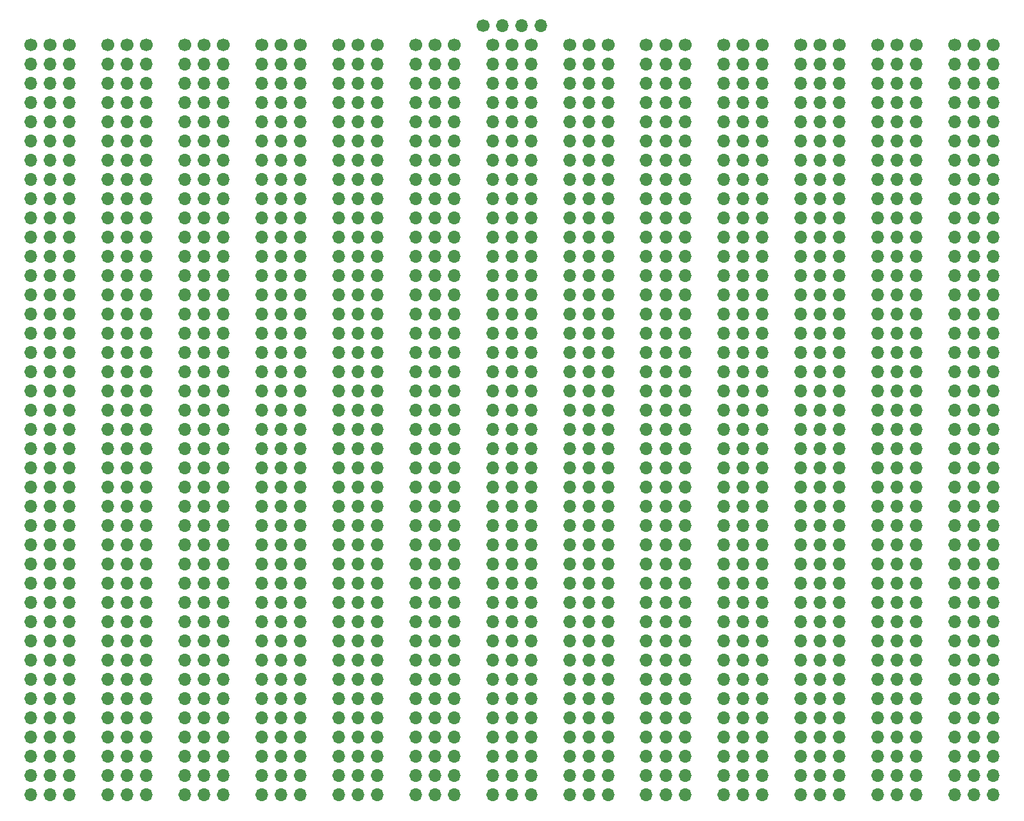
<source format=gbs>
G04 #@! TF.GenerationSoftware,KiCad,Pcbnew,5.1.0*
G04 #@! TF.CreationDate,2019-07-01T01:43:07+09:00*
G04 #@! TF.ProjectId,base_board_a,62617365-5f62-46f6-9172-645f612e6b69,rev?*
G04 #@! TF.SameCoordinates,Original*
G04 #@! TF.FileFunction,Soldermask,Bot*
G04 #@! TF.FilePolarity,Negative*
%FSLAX46Y46*%
G04 Gerber Fmt 4.6, Leading zero omitted, Abs format (unit mm)*
G04 Created by KiCad (PCBNEW 5.1.0) date 2019-07-01 01:43:07*
%MOMM*%
%LPD*%
G04 APERTURE LIST*
%ADD10O,1.700000X1.700000*%
%ADD11C,1.700000*%
G04 APERTURE END LIST*
D10*
X139700000Y-116205000D03*
X139700000Y-113665000D03*
X139700000Y-111125000D03*
X139700000Y-108585000D03*
X139700000Y-106045000D03*
X139700000Y-103505000D03*
X139700000Y-100965000D03*
X139700000Y-98425000D03*
X139700000Y-95885000D03*
X139700000Y-93345000D03*
X139700000Y-90805000D03*
X139700000Y-88265000D03*
X139700000Y-85725000D03*
X139700000Y-83185000D03*
X139700000Y-80645000D03*
X139700000Y-78105000D03*
X139700000Y-75565000D03*
X139700000Y-73025000D03*
X139700000Y-70485000D03*
X139700000Y-67945000D03*
X139700000Y-65405000D03*
X139700000Y-62865000D03*
X139700000Y-60325000D03*
X139700000Y-57785000D03*
X139700000Y-55245000D03*
X139700000Y-52705000D03*
X139700000Y-50165000D03*
X139700000Y-47625000D03*
X139700000Y-45085000D03*
X139700000Y-42545000D03*
X139700000Y-40005000D03*
X139700000Y-37465000D03*
X139700000Y-34925000D03*
X139700000Y-32385000D03*
X139700000Y-29845000D03*
X139700000Y-27305000D03*
X139700000Y-24765000D03*
X139700000Y-22225000D03*
X139700000Y-19685000D03*
D11*
X139700000Y-17145000D03*
D10*
X137160000Y-116205000D03*
X137160000Y-113665000D03*
X137160000Y-111125000D03*
X137160000Y-108585000D03*
X137160000Y-106045000D03*
X137160000Y-103505000D03*
X137160000Y-100965000D03*
X137160000Y-98425000D03*
X137160000Y-95885000D03*
X137160000Y-93345000D03*
X137160000Y-90805000D03*
X137160000Y-88265000D03*
X137160000Y-85725000D03*
X137160000Y-83185000D03*
X137160000Y-80645000D03*
X137160000Y-78105000D03*
X137160000Y-75565000D03*
X137160000Y-73025000D03*
X137160000Y-70485000D03*
X137160000Y-67945000D03*
X137160000Y-65405000D03*
X137160000Y-62865000D03*
X137160000Y-60325000D03*
X137160000Y-57785000D03*
X137160000Y-55245000D03*
X137160000Y-52705000D03*
X137160000Y-50165000D03*
X137160000Y-47625000D03*
X137160000Y-45085000D03*
X137160000Y-42545000D03*
X137160000Y-40005000D03*
X137160000Y-37465000D03*
X137160000Y-34925000D03*
X137160000Y-32385000D03*
X137160000Y-29845000D03*
X137160000Y-27305000D03*
X137160000Y-24765000D03*
X137160000Y-22225000D03*
X137160000Y-19685000D03*
D11*
X137160000Y-17145000D03*
D10*
X81280000Y-116205000D03*
X81280000Y-113665000D03*
X81280000Y-111125000D03*
X81280000Y-108585000D03*
X81280000Y-106045000D03*
X81280000Y-103505000D03*
X81280000Y-100965000D03*
X81280000Y-98425000D03*
X81280000Y-95885000D03*
X81280000Y-93345000D03*
X81280000Y-90805000D03*
X81280000Y-88265000D03*
X81280000Y-85725000D03*
X81280000Y-83185000D03*
X81280000Y-80645000D03*
X81280000Y-78105000D03*
X81280000Y-75565000D03*
X81280000Y-73025000D03*
X81280000Y-70485000D03*
X81280000Y-67945000D03*
X81280000Y-65405000D03*
X81280000Y-62865000D03*
X81280000Y-60325000D03*
X81280000Y-57785000D03*
X81280000Y-55245000D03*
X81280000Y-52705000D03*
X81280000Y-50165000D03*
X81280000Y-47625000D03*
X81280000Y-45085000D03*
X81280000Y-42545000D03*
X81280000Y-40005000D03*
X81280000Y-37465000D03*
X81280000Y-34925000D03*
X81280000Y-32385000D03*
X81280000Y-29845000D03*
X81280000Y-27305000D03*
X81280000Y-24765000D03*
X81280000Y-22225000D03*
X81280000Y-19685000D03*
D11*
X81280000Y-17145000D03*
X74930000Y-14605000D03*
D10*
X77470000Y-14605000D03*
X80010000Y-14605000D03*
X82550000Y-14605000D03*
X17780000Y-116205000D03*
X17780000Y-113665000D03*
X17780000Y-111125000D03*
X17780000Y-108585000D03*
X17780000Y-106045000D03*
X17780000Y-103505000D03*
X17780000Y-100965000D03*
X17780000Y-98425000D03*
X17780000Y-95885000D03*
X17780000Y-93345000D03*
X17780000Y-90805000D03*
X17780000Y-88265000D03*
X17780000Y-85725000D03*
X17780000Y-83185000D03*
X17780000Y-80645000D03*
X17780000Y-78105000D03*
X17780000Y-75565000D03*
X17780000Y-73025000D03*
X17780000Y-70485000D03*
X17780000Y-67945000D03*
X17780000Y-65405000D03*
X17780000Y-62865000D03*
X17780000Y-60325000D03*
X17780000Y-57785000D03*
X17780000Y-55245000D03*
X17780000Y-52705000D03*
X17780000Y-50165000D03*
X17780000Y-47625000D03*
X17780000Y-45085000D03*
X17780000Y-42545000D03*
X17780000Y-40005000D03*
X17780000Y-37465000D03*
X17780000Y-34925000D03*
X17780000Y-32385000D03*
X17780000Y-29845000D03*
X17780000Y-27305000D03*
X17780000Y-24765000D03*
X17780000Y-22225000D03*
X17780000Y-19685000D03*
D11*
X17780000Y-17145000D03*
D10*
X86360000Y-116205000D03*
X86360000Y-113665000D03*
X86360000Y-111125000D03*
X86360000Y-108585000D03*
X86360000Y-106045000D03*
X86360000Y-103505000D03*
X86360000Y-100965000D03*
X86360000Y-98425000D03*
X86360000Y-95885000D03*
X86360000Y-93345000D03*
X86360000Y-90805000D03*
X86360000Y-88265000D03*
X86360000Y-85725000D03*
X86360000Y-83185000D03*
X86360000Y-80645000D03*
X86360000Y-78105000D03*
X86360000Y-75565000D03*
X86360000Y-73025000D03*
X86360000Y-70485000D03*
X86360000Y-67945000D03*
X86360000Y-65405000D03*
X86360000Y-62865000D03*
X86360000Y-60325000D03*
X86360000Y-57785000D03*
X86360000Y-55245000D03*
X86360000Y-52705000D03*
X86360000Y-50165000D03*
X86360000Y-47625000D03*
X86360000Y-45085000D03*
X86360000Y-42545000D03*
X86360000Y-40005000D03*
X86360000Y-37465000D03*
X86360000Y-34925000D03*
X86360000Y-32385000D03*
X86360000Y-29845000D03*
X86360000Y-27305000D03*
X86360000Y-24765000D03*
X86360000Y-22225000D03*
X86360000Y-19685000D03*
D11*
X86360000Y-17145000D03*
D10*
X38100000Y-116205000D03*
X38100000Y-113665000D03*
X38100000Y-111125000D03*
X38100000Y-108585000D03*
X38100000Y-106045000D03*
X38100000Y-103505000D03*
X38100000Y-100965000D03*
X38100000Y-98425000D03*
X38100000Y-95885000D03*
X38100000Y-93345000D03*
X38100000Y-90805000D03*
X38100000Y-88265000D03*
X38100000Y-85725000D03*
X38100000Y-83185000D03*
X38100000Y-80645000D03*
X38100000Y-78105000D03*
X38100000Y-75565000D03*
X38100000Y-73025000D03*
X38100000Y-70485000D03*
X38100000Y-67945000D03*
X38100000Y-65405000D03*
X38100000Y-62865000D03*
X38100000Y-60325000D03*
X38100000Y-57785000D03*
X38100000Y-55245000D03*
X38100000Y-52705000D03*
X38100000Y-50165000D03*
X38100000Y-47625000D03*
X38100000Y-45085000D03*
X38100000Y-42545000D03*
X38100000Y-40005000D03*
X38100000Y-37465000D03*
X38100000Y-34925000D03*
X38100000Y-32385000D03*
X38100000Y-29845000D03*
X38100000Y-27305000D03*
X38100000Y-24765000D03*
X38100000Y-22225000D03*
X38100000Y-19685000D03*
D11*
X38100000Y-17145000D03*
D10*
X91440000Y-116205000D03*
X91440000Y-113665000D03*
X91440000Y-111125000D03*
X91440000Y-108585000D03*
X91440000Y-106045000D03*
X91440000Y-103505000D03*
X91440000Y-100965000D03*
X91440000Y-98425000D03*
X91440000Y-95885000D03*
X91440000Y-93345000D03*
X91440000Y-90805000D03*
X91440000Y-88265000D03*
X91440000Y-85725000D03*
X91440000Y-83185000D03*
X91440000Y-80645000D03*
X91440000Y-78105000D03*
X91440000Y-75565000D03*
X91440000Y-73025000D03*
X91440000Y-70485000D03*
X91440000Y-67945000D03*
X91440000Y-65405000D03*
X91440000Y-62865000D03*
X91440000Y-60325000D03*
X91440000Y-57785000D03*
X91440000Y-55245000D03*
X91440000Y-52705000D03*
X91440000Y-50165000D03*
X91440000Y-47625000D03*
X91440000Y-45085000D03*
X91440000Y-42545000D03*
X91440000Y-40005000D03*
X91440000Y-37465000D03*
X91440000Y-34925000D03*
X91440000Y-32385000D03*
X91440000Y-29845000D03*
X91440000Y-27305000D03*
X91440000Y-24765000D03*
X91440000Y-22225000D03*
X91440000Y-19685000D03*
D11*
X91440000Y-17145000D03*
D10*
X88900000Y-116205000D03*
X88900000Y-113665000D03*
X88900000Y-111125000D03*
X88900000Y-108585000D03*
X88900000Y-106045000D03*
X88900000Y-103505000D03*
X88900000Y-100965000D03*
X88900000Y-98425000D03*
X88900000Y-95885000D03*
X88900000Y-93345000D03*
X88900000Y-90805000D03*
X88900000Y-88265000D03*
X88900000Y-85725000D03*
X88900000Y-83185000D03*
X88900000Y-80645000D03*
X88900000Y-78105000D03*
X88900000Y-75565000D03*
X88900000Y-73025000D03*
X88900000Y-70485000D03*
X88900000Y-67945000D03*
X88900000Y-65405000D03*
X88900000Y-62865000D03*
X88900000Y-60325000D03*
X88900000Y-57785000D03*
X88900000Y-55245000D03*
X88900000Y-52705000D03*
X88900000Y-50165000D03*
X88900000Y-47625000D03*
X88900000Y-45085000D03*
X88900000Y-42545000D03*
X88900000Y-40005000D03*
X88900000Y-37465000D03*
X88900000Y-34925000D03*
X88900000Y-32385000D03*
X88900000Y-29845000D03*
X88900000Y-27305000D03*
X88900000Y-24765000D03*
X88900000Y-22225000D03*
X88900000Y-19685000D03*
D11*
X88900000Y-17145000D03*
D10*
X78740000Y-116205000D03*
X78740000Y-113665000D03*
X78740000Y-111125000D03*
X78740000Y-108585000D03*
X78740000Y-106045000D03*
X78740000Y-103505000D03*
X78740000Y-100965000D03*
X78740000Y-98425000D03*
X78740000Y-95885000D03*
X78740000Y-93345000D03*
X78740000Y-90805000D03*
X78740000Y-88265000D03*
X78740000Y-85725000D03*
X78740000Y-83185000D03*
X78740000Y-80645000D03*
X78740000Y-78105000D03*
X78740000Y-75565000D03*
X78740000Y-73025000D03*
X78740000Y-70485000D03*
X78740000Y-67945000D03*
X78740000Y-65405000D03*
X78740000Y-62865000D03*
X78740000Y-60325000D03*
X78740000Y-57785000D03*
X78740000Y-55245000D03*
X78740000Y-52705000D03*
X78740000Y-50165000D03*
X78740000Y-47625000D03*
X78740000Y-45085000D03*
X78740000Y-42545000D03*
X78740000Y-40005000D03*
X78740000Y-37465000D03*
X78740000Y-34925000D03*
X78740000Y-32385000D03*
X78740000Y-29845000D03*
X78740000Y-27305000D03*
X78740000Y-24765000D03*
X78740000Y-22225000D03*
X78740000Y-19685000D03*
D11*
X78740000Y-17145000D03*
D10*
X76200000Y-116205000D03*
X76200000Y-113665000D03*
X76200000Y-111125000D03*
X76200000Y-108585000D03*
X76200000Y-106045000D03*
X76200000Y-103505000D03*
X76200000Y-100965000D03*
X76200000Y-98425000D03*
X76200000Y-95885000D03*
X76200000Y-93345000D03*
X76200000Y-90805000D03*
X76200000Y-88265000D03*
X76200000Y-85725000D03*
X76200000Y-83185000D03*
X76200000Y-80645000D03*
X76200000Y-78105000D03*
X76200000Y-75565000D03*
X76200000Y-73025000D03*
X76200000Y-70485000D03*
X76200000Y-67945000D03*
X76200000Y-65405000D03*
X76200000Y-62865000D03*
X76200000Y-60325000D03*
X76200000Y-57785000D03*
X76200000Y-55245000D03*
X76200000Y-52705000D03*
X76200000Y-50165000D03*
X76200000Y-47625000D03*
X76200000Y-45085000D03*
X76200000Y-42545000D03*
X76200000Y-40005000D03*
X76200000Y-37465000D03*
X76200000Y-34925000D03*
X76200000Y-32385000D03*
X76200000Y-29845000D03*
X76200000Y-27305000D03*
X76200000Y-24765000D03*
X76200000Y-22225000D03*
X76200000Y-19685000D03*
D11*
X76200000Y-17145000D03*
D10*
X71120000Y-116205000D03*
X71120000Y-113665000D03*
X71120000Y-111125000D03*
X71120000Y-108585000D03*
X71120000Y-106045000D03*
X71120000Y-103505000D03*
X71120000Y-100965000D03*
X71120000Y-98425000D03*
X71120000Y-95885000D03*
X71120000Y-93345000D03*
X71120000Y-90805000D03*
X71120000Y-88265000D03*
X71120000Y-85725000D03*
X71120000Y-83185000D03*
X71120000Y-80645000D03*
X71120000Y-78105000D03*
X71120000Y-75565000D03*
X71120000Y-73025000D03*
X71120000Y-70485000D03*
X71120000Y-67945000D03*
X71120000Y-65405000D03*
X71120000Y-62865000D03*
X71120000Y-60325000D03*
X71120000Y-57785000D03*
X71120000Y-55245000D03*
X71120000Y-52705000D03*
X71120000Y-50165000D03*
X71120000Y-47625000D03*
X71120000Y-45085000D03*
X71120000Y-42545000D03*
X71120000Y-40005000D03*
X71120000Y-37465000D03*
X71120000Y-34925000D03*
X71120000Y-32385000D03*
X71120000Y-29845000D03*
X71120000Y-27305000D03*
X71120000Y-24765000D03*
X71120000Y-22225000D03*
X71120000Y-19685000D03*
D11*
X71120000Y-17145000D03*
D10*
X68580000Y-116205000D03*
X68580000Y-113665000D03*
X68580000Y-111125000D03*
X68580000Y-108585000D03*
X68580000Y-106045000D03*
X68580000Y-103505000D03*
X68580000Y-100965000D03*
X68580000Y-98425000D03*
X68580000Y-95885000D03*
X68580000Y-93345000D03*
X68580000Y-90805000D03*
X68580000Y-88265000D03*
X68580000Y-85725000D03*
X68580000Y-83185000D03*
X68580000Y-80645000D03*
X68580000Y-78105000D03*
X68580000Y-75565000D03*
X68580000Y-73025000D03*
X68580000Y-70485000D03*
X68580000Y-67945000D03*
X68580000Y-65405000D03*
X68580000Y-62865000D03*
X68580000Y-60325000D03*
X68580000Y-57785000D03*
X68580000Y-55245000D03*
X68580000Y-52705000D03*
X68580000Y-50165000D03*
X68580000Y-47625000D03*
X68580000Y-45085000D03*
X68580000Y-42545000D03*
X68580000Y-40005000D03*
X68580000Y-37465000D03*
X68580000Y-34925000D03*
X68580000Y-32385000D03*
X68580000Y-29845000D03*
X68580000Y-27305000D03*
X68580000Y-24765000D03*
X68580000Y-22225000D03*
X68580000Y-19685000D03*
D11*
X68580000Y-17145000D03*
D10*
X66040000Y-116205000D03*
X66040000Y-113665000D03*
X66040000Y-111125000D03*
X66040000Y-108585000D03*
X66040000Y-106045000D03*
X66040000Y-103505000D03*
X66040000Y-100965000D03*
X66040000Y-98425000D03*
X66040000Y-95885000D03*
X66040000Y-93345000D03*
X66040000Y-90805000D03*
X66040000Y-88265000D03*
X66040000Y-85725000D03*
X66040000Y-83185000D03*
X66040000Y-80645000D03*
X66040000Y-78105000D03*
X66040000Y-75565000D03*
X66040000Y-73025000D03*
X66040000Y-70485000D03*
X66040000Y-67945000D03*
X66040000Y-65405000D03*
X66040000Y-62865000D03*
X66040000Y-60325000D03*
X66040000Y-57785000D03*
X66040000Y-55245000D03*
X66040000Y-52705000D03*
X66040000Y-50165000D03*
X66040000Y-47625000D03*
X66040000Y-45085000D03*
X66040000Y-42545000D03*
X66040000Y-40005000D03*
X66040000Y-37465000D03*
X66040000Y-34925000D03*
X66040000Y-32385000D03*
X66040000Y-29845000D03*
X66040000Y-27305000D03*
X66040000Y-24765000D03*
X66040000Y-22225000D03*
X66040000Y-19685000D03*
D11*
X66040000Y-17145000D03*
D10*
X142240000Y-116205000D03*
X142240000Y-113665000D03*
X142240000Y-111125000D03*
X142240000Y-108585000D03*
X142240000Y-106045000D03*
X142240000Y-103505000D03*
X142240000Y-100965000D03*
X142240000Y-98425000D03*
X142240000Y-95885000D03*
X142240000Y-93345000D03*
X142240000Y-90805000D03*
X142240000Y-88265000D03*
X142240000Y-85725000D03*
X142240000Y-83185000D03*
X142240000Y-80645000D03*
X142240000Y-78105000D03*
X142240000Y-75565000D03*
X142240000Y-73025000D03*
X142240000Y-70485000D03*
X142240000Y-67945000D03*
X142240000Y-65405000D03*
X142240000Y-62865000D03*
X142240000Y-60325000D03*
X142240000Y-57785000D03*
X142240000Y-55245000D03*
X142240000Y-52705000D03*
X142240000Y-50165000D03*
X142240000Y-47625000D03*
X142240000Y-45085000D03*
X142240000Y-42545000D03*
X142240000Y-40005000D03*
X142240000Y-37465000D03*
X142240000Y-34925000D03*
X142240000Y-32385000D03*
X142240000Y-29845000D03*
X142240000Y-27305000D03*
X142240000Y-24765000D03*
X142240000Y-22225000D03*
X142240000Y-19685000D03*
D11*
X142240000Y-17145000D03*
D10*
X60960000Y-116205000D03*
X60960000Y-113665000D03*
X60960000Y-111125000D03*
X60960000Y-108585000D03*
X60960000Y-106045000D03*
X60960000Y-103505000D03*
X60960000Y-100965000D03*
X60960000Y-98425000D03*
X60960000Y-95885000D03*
X60960000Y-93345000D03*
X60960000Y-90805000D03*
X60960000Y-88265000D03*
X60960000Y-85725000D03*
X60960000Y-83185000D03*
X60960000Y-80645000D03*
X60960000Y-78105000D03*
X60960000Y-75565000D03*
X60960000Y-73025000D03*
X60960000Y-70485000D03*
X60960000Y-67945000D03*
X60960000Y-65405000D03*
X60960000Y-62865000D03*
X60960000Y-60325000D03*
X60960000Y-57785000D03*
X60960000Y-55245000D03*
X60960000Y-52705000D03*
X60960000Y-50165000D03*
X60960000Y-47625000D03*
X60960000Y-45085000D03*
X60960000Y-42545000D03*
X60960000Y-40005000D03*
X60960000Y-37465000D03*
X60960000Y-34925000D03*
X60960000Y-32385000D03*
X60960000Y-29845000D03*
X60960000Y-27305000D03*
X60960000Y-24765000D03*
X60960000Y-22225000D03*
X60960000Y-19685000D03*
D11*
X60960000Y-17145000D03*
D10*
X58420000Y-116205000D03*
X58420000Y-113665000D03*
X58420000Y-111125000D03*
X58420000Y-108585000D03*
X58420000Y-106045000D03*
X58420000Y-103505000D03*
X58420000Y-100965000D03*
X58420000Y-98425000D03*
X58420000Y-95885000D03*
X58420000Y-93345000D03*
X58420000Y-90805000D03*
X58420000Y-88265000D03*
X58420000Y-85725000D03*
X58420000Y-83185000D03*
X58420000Y-80645000D03*
X58420000Y-78105000D03*
X58420000Y-75565000D03*
X58420000Y-73025000D03*
X58420000Y-70485000D03*
X58420000Y-67945000D03*
X58420000Y-65405000D03*
X58420000Y-62865000D03*
X58420000Y-60325000D03*
X58420000Y-57785000D03*
X58420000Y-55245000D03*
X58420000Y-52705000D03*
X58420000Y-50165000D03*
X58420000Y-47625000D03*
X58420000Y-45085000D03*
X58420000Y-42545000D03*
X58420000Y-40005000D03*
X58420000Y-37465000D03*
X58420000Y-34925000D03*
X58420000Y-32385000D03*
X58420000Y-29845000D03*
X58420000Y-27305000D03*
X58420000Y-24765000D03*
X58420000Y-22225000D03*
X58420000Y-19685000D03*
D11*
X58420000Y-17145000D03*
D10*
X55880000Y-116205000D03*
X55880000Y-113665000D03*
X55880000Y-111125000D03*
X55880000Y-108585000D03*
X55880000Y-106045000D03*
X55880000Y-103505000D03*
X55880000Y-100965000D03*
X55880000Y-98425000D03*
X55880000Y-95885000D03*
X55880000Y-93345000D03*
X55880000Y-90805000D03*
X55880000Y-88265000D03*
X55880000Y-85725000D03*
X55880000Y-83185000D03*
X55880000Y-80645000D03*
X55880000Y-78105000D03*
X55880000Y-75565000D03*
X55880000Y-73025000D03*
X55880000Y-70485000D03*
X55880000Y-67945000D03*
X55880000Y-65405000D03*
X55880000Y-62865000D03*
X55880000Y-60325000D03*
X55880000Y-57785000D03*
X55880000Y-55245000D03*
X55880000Y-52705000D03*
X55880000Y-50165000D03*
X55880000Y-47625000D03*
X55880000Y-45085000D03*
X55880000Y-42545000D03*
X55880000Y-40005000D03*
X55880000Y-37465000D03*
X55880000Y-34925000D03*
X55880000Y-32385000D03*
X55880000Y-29845000D03*
X55880000Y-27305000D03*
X55880000Y-24765000D03*
X55880000Y-22225000D03*
X55880000Y-19685000D03*
D11*
X55880000Y-17145000D03*
D10*
X132080000Y-116205000D03*
X132080000Y-113665000D03*
X132080000Y-111125000D03*
X132080000Y-108585000D03*
X132080000Y-106045000D03*
X132080000Y-103505000D03*
X132080000Y-100965000D03*
X132080000Y-98425000D03*
X132080000Y-95885000D03*
X132080000Y-93345000D03*
X132080000Y-90805000D03*
X132080000Y-88265000D03*
X132080000Y-85725000D03*
X132080000Y-83185000D03*
X132080000Y-80645000D03*
X132080000Y-78105000D03*
X132080000Y-75565000D03*
X132080000Y-73025000D03*
X132080000Y-70485000D03*
X132080000Y-67945000D03*
X132080000Y-65405000D03*
X132080000Y-62865000D03*
X132080000Y-60325000D03*
X132080000Y-57785000D03*
X132080000Y-55245000D03*
X132080000Y-52705000D03*
X132080000Y-50165000D03*
X132080000Y-47625000D03*
X132080000Y-45085000D03*
X132080000Y-42545000D03*
X132080000Y-40005000D03*
X132080000Y-37465000D03*
X132080000Y-34925000D03*
X132080000Y-32385000D03*
X132080000Y-29845000D03*
X132080000Y-27305000D03*
X132080000Y-24765000D03*
X132080000Y-22225000D03*
X132080000Y-19685000D03*
D11*
X132080000Y-17145000D03*
D10*
X50800000Y-116205000D03*
X50800000Y-113665000D03*
X50800000Y-111125000D03*
X50800000Y-108585000D03*
X50800000Y-106045000D03*
X50800000Y-103505000D03*
X50800000Y-100965000D03*
X50800000Y-98425000D03*
X50800000Y-95885000D03*
X50800000Y-93345000D03*
X50800000Y-90805000D03*
X50800000Y-88265000D03*
X50800000Y-85725000D03*
X50800000Y-83185000D03*
X50800000Y-80645000D03*
X50800000Y-78105000D03*
X50800000Y-75565000D03*
X50800000Y-73025000D03*
X50800000Y-70485000D03*
X50800000Y-67945000D03*
X50800000Y-65405000D03*
X50800000Y-62865000D03*
X50800000Y-60325000D03*
X50800000Y-57785000D03*
X50800000Y-55245000D03*
X50800000Y-52705000D03*
X50800000Y-50165000D03*
X50800000Y-47625000D03*
X50800000Y-45085000D03*
X50800000Y-42545000D03*
X50800000Y-40005000D03*
X50800000Y-37465000D03*
X50800000Y-34925000D03*
X50800000Y-32385000D03*
X50800000Y-29845000D03*
X50800000Y-27305000D03*
X50800000Y-24765000D03*
X50800000Y-22225000D03*
X50800000Y-19685000D03*
D11*
X50800000Y-17145000D03*
D10*
X129540000Y-116205000D03*
X129540000Y-113665000D03*
X129540000Y-111125000D03*
X129540000Y-108585000D03*
X129540000Y-106045000D03*
X129540000Y-103505000D03*
X129540000Y-100965000D03*
X129540000Y-98425000D03*
X129540000Y-95885000D03*
X129540000Y-93345000D03*
X129540000Y-90805000D03*
X129540000Y-88265000D03*
X129540000Y-85725000D03*
X129540000Y-83185000D03*
X129540000Y-80645000D03*
X129540000Y-78105000D03*
X129540000Y-75565000D03*
X129540000Y-73025000D03*
X129540000Y-70485000D03*
X129540000Y-67945000D03*
X129540000Y-65405000D03*
X129540000Y-62865000D03*
X129540000Y-60325000D03*
X129540000Y-57785000D03*
X129540000Y-55245000D03*
X129540000Y-52705000D03*
X129540000Y-50165000D03*
X129540000Y-47625000D03*
X129540000Y-45085000D03*
X129540000Y-42545000D03*
X129540000Y-40005000D03*
X129540000Y-37465000D03*
X129540000Y-34925000D03*
X129540000Y-32385000D03*
X129540000Y-29845000D03*
X129540000Y-27305000D03*
X129540000Y-24765000D03*
X129540000Y-22225000D03*
X129540000Y-19685000D03*
D11*
X129540000Y-17145000D03*
D10*
X48260000Y-116205000D03*
X48260000Y-113665000D03*
X48260000Y-111125000D03*
X48260000Y-108585000D03*
X48260000Y-106045000D03*
X48260000Y-103505000D03*
X48260000Y-100965000D03*
X48260000Y-98425000D03*
X48260000Y-95885000D03*
X48260000Y-93345000D03*
X48260000Y-90805000D03*
X48260000Y-88265000D03*
X48260000Y-85725000D03*
X48260000Y-83185000D03*
X48260000Y-80645000D03*
X48260000Y-78105000D03*
X48260000Y-75565000D03*
X48260000Y-73025000D03*
X48260000Y-70485000D03*
X48260000Y-67945000D03*
X48260000Y-65405000D03*
X48260000Y-62865000D03*
X48260000Y-60325000D03*
X48260000Y-57785000D03*
X48260000Y-55245000D03*
X48260000Y-52705000D03*
X48260000Y-50165000D03*
X48260000Y-47625000D03*
X48260000Y-45085000D03*
X48260000Y-42545000D03*
X48260000Y-40005000D03*
X48260000Y-37465000D03*
X48260000Y-34925000D03*
X48260000Y-32385000D03*
X48260000Y-29845000D03*
X48260000Y-27305000D03*
X48260000Y-24765000D03*
X48260000Y-22225000D03*
X48260000Y-19685000D03*
D11*
X48260000Y-17145000D03*
D10*
X127000000Y-116205000D03*
X127000000Y-113665000D03*
X127000000Y-111125000D03*
X127000000Y-108585000D03*
X127000000Y-106045000D03*
X127000000Y-103505000D03*
X127000000Y-100965000D03*
X127000000Y-98425000D03*
X127000000Y-95885000D03*
X127000000Y-93345000D03*
X127000000Y-90805000D03*
X127000000Y-88265000D03*
X127000000Y-85725000D03*
X127000000Y-83185000D03*
X127000000Y-80645000D03*
X127000000Y-78105000D03*
X127000000Y-75565000D03*
X127000000Y-73025000D03*
X127000000Y-70485000D03*
X127000000Y-67945000D03*
X127000000Y-65405000D03*
X127000000Y-62865000D03*
X127000000Y-60325000D03*
X127000000Y-57785000D03*
X127000000Y-55245000D03*
X127000000Y-52705000D03*
X127000000Y-50165000D03*
X127000000Y-47625000D03*
X127000000Y-45085000D03*
X127000000Y-42545000D03*
X127000000Y-40005000D03*
X127000000Y-37465000D03*
X127000000Y-34925000D03*
X127000000Y-32385000D03*
X127000000Y-29845000D03*
X127000000Y-27305000D03*
X127000000Y-24765000D03*
X127000000Y-22225000D03*
X127000000Y-19685000D03*
D11*
X127000000Y-17145000D03*
D10*
X45720000Y-116205000D03*
X45720000Y-113665000D03*
X45720000Y-111125000D03*
X45720000Y-108585000D03*
X45720000Y-106045000D03*
X45720000Y-103505000D03*
X45720000Y-100965000D03*
X45720000Y-98425000D03*
X45720000Y-95885000D03*
X45720000Y-93345000D03*
X45720000Y-90805000D03*
X45720000Y-88265000D03*
X45720000Y-85725000D03*
X45720000Y-83185000D03*
X45720000Y-80645000D03*
X45720000Y-78105000D03*
X45720000Y-75565000D03*
X45720000Y-73025000D03*
X45720000Y-70485000D03*
X45720000Y-67945000D03*
X45720000Y-65405000D03*
X45720000Y-62865000D03*
X45720000Y-60325000D03*
X45720000Y-57785000D03*
X45720000Y-55245000D03*
X45720000Y-52705000D03*
X45720000Y-50165000D03*
X45720000Y-47625000D03*
X45720000Y-45085000D03*
X45720000Y-42545000D03*
X45720000Y-40005000D03*
X45720000Y-37465000D03*
X45720000Y-34925000D03*
X45720000Y-32385000D03*
X45720000Y-29845000D03*
X45720000Y-27305000D03*
X45720000Y-24765000D03*
X45720000Y-22225000D03*
X45720000Y-19685000D03*
D11*
X45720000Y-17145000D03*
D10*
X121920000Y-116205000D03*
X121920000Y-113665000D03*
X121920000Y-111125000D03*
X121920000Y-108585000D03*
X121920000Y-106045000D03*
X121920000Y-103505000D03*
X121920000Y-100965000D03*
X121920000Y-98425000D03*
X121920000Y-95885000D03*
X121920000Y-93345000D03*
X121920000Y-90805000D03*
X121920000Y-88265000D03*
X121920000Y-85725000D03*
X121920000Y-83185000D03*
X121920000Y-80645000D03*
X121920000Y-78105000D03*
X121920000Y-75565000D03*
X121920000Y-73025000D03*
X121920000Y-70485000D03*
X121920000Y-67945000D03*
X121920000Y-65405000D03*
X121920000Y-62865000D03*
X121920000Y-60325000D03*
X121920000Y-57785000D03*
X121920000Y-55245000D03*
X121920000Y-52705000D03*
X121920000Y-50165000D03*
X121920000Y-47625000D03*
X121920000Y-45085000D03*
X121920000Y-42545000D03*
X121920000Y-40005000D03*
X121920000Y-37465000D03*
X121920000Y-34925000D03*
X121920000Y-32385000D03*
X121920000Y-29845000D03*
X121920000Y-27305000D03*
X121920000Y-24765000D03*
X121920000Y-22225000D03*
X121920000Y-19685000D03*
D11*
X121920000Y-17145000D03*
D10*
X40640000Y-116205000D03*
X40640000Y-113665000D03*
X40640000Y-111125000D03*
X40640000Y-108585000D03*
X40640000Y-106045000D03*
X40640000Y-103505000D03*
X40640000Y-100965000D03*
X40640000Y-98425000D03*
X40640000Y-95885000D03*
X40640000Y-93345000D03*
X40640000Y-90805000D03*
X40640000Y-88265000D03*
X40640000Y-85725000D03*
X40640000Y-83185000D03*
X40640000Y-80645000D03*
X40640000Y-78105000D03*
X40640000Y-75565000D03*
X40640000Y-73025000D03*
X40640000Y-70485000D03*
X40640000Y-67945000D03*
X40640000Y-65405000D03*
X40640000Y-62865000D03*
X40640000Y-60325000D03*
X40640000Y-57785000D03*
X40640000Y-55245000D03*
X40640000Y-52705000D03*
X40640000Y-50165000D03*
X40640000Y-47625000D03*
X40640000Y-45085000D03*
X40640000Y-42545000D03*
X40640000Y-40005000D03*
X40640000Y-37465000D03*
X40640000Y-34925000D03*
X40640000Y-32385000D03*
X40640000Y-29845000D03*
X40640000Y-27305000D03*
X40640000Y-24765000D03*
X40640000Y-22225000D03*
X40640000Y-19685000D03*
D11*
X40640000Y-17145000D03*
D10*
X119380000Y-116205000D03*
X119380000Y-113665000D03*
X119380000Y-111125000D03*
X119380000Y-108585000D03*
X119380000Y-106045000D03*
X119380000Y-103505000D03*
X119380000Y-100965000D03*
X119380000Y-98425000D03*
X119380000Y-95885000D03*
X119380000Y-93345000D03*
X119380000Y-90805000D03*
X119380000Y-88265000D03*
X119380000Y-85725000D03*
X119380000Y-83185000D03*
X119380000Y-80645000D03*
X119380000Y-78105000D03*
X119380000Y-75565000D03*
X119380000Y-73025000D03*
X119380000Y-70485000D03*
X119380000Y-67945000D03*
X119380000Y-65405000D03*
X119380000Y-62865000D03*
X119380000Y-60325000D03*
X119380000Y-57785000D03*
X119380000Y-55245000D03*
X119380000Y-52705000D03*
X119380000Y-50165000D03*
X119380000Y-47625000D03*
X119380000Y-45085000D03*
X119380000Y-42545000D03*
X119380000Y-40005000D03*
X119380000Y-37465000D03*
X119380000Y-34925000D03*
X119380000Y-32385000D03*
X119380000Y-29845000D03*
X119380000Y-27305000D03*
X119380000Y-24765000D03*
X119380000Y-22225000D03*
X119380000Y-19685000D03*
D11*
X119380000Y-17145000D03*
D10*
X116840000Y-116205000D03*
X116840000Y-113665000D03*
X116840000Y-111125000D03*
X116840000Y-108585000D03*
X116840000Y-106045000D03*
X116840000Y-103505000D03*
X116840000Y-100965000D03*
X116840000Y-98425000D03*
X116840000Y-95885000D03*
X116840000Y-93345000D03*
X116840000Y-90805000D03*
X116840000Y-88265000D03*
X116840000Y-85725000D03*
X116840000Y-83185000D03*
X116840000Y-80645000D03*
X116840000Y-78105000D03*
X116840000Y-75565000D03*
X116840000Y-73025000D03*
X116840000Y-70485000D03*
X116840000Y-67945000D03*
X116840000Y-65405000D03*
X116840000Y-62865000D03*
X116840000Y-60325000D03*
X116840000Y-57785000D03*
X116840000Y-55245000D03*
X116840000Y-52705000D03*
X116840000Y-50165000D03*
X116840000Y-47625000D03*
X116840000Y-45085000D03*
X116840000Y-42545000D03*
X116840000Y-40005000D03*
X116840000Y-37465000D03*
X116840000Y-34925000D03*
X116840000Y-32385000D03*
X116840000Y-29845000D03*
X116840000Y-27305000D03*
X116840000Y-24765000D03*
X116840000Y-22225000D03*
X116840000Y-19685000D03*
D11*
X116840000Y-17145000D03*
D10*
X35560000Y-116205000D03*
X35560000Y-113665000D03*
X35560000Y-111125000D03*
X35560000Y-108585000D03*
X35560000Y-106045000D03*
X35560000Y-103505000D03*
X35560000Y-100965000D03*
X35560000Y-98425000D03*
X35560000Y-95885000D03*
X35560000Y-93345000D03*
X35560000Y-90805000D03*
X35560000Y-88265000D03*
X35560000Y-85725000D03*
X35560000Y-83185000D03*
X35560000Y-80645000D03*
X35560000Y-78105000D03*
X35560000Y-75565000D03*
X35560000Y-73025000D03*
X35560000Y-70485000D03*
X35560000Y-67945000D03*
X35560000Y-65405000D03*
X35560000Y-62865000D03*
X35560000Y-60325000D03*
X35560000Y-57785000D03*
X35560000Y-55245000D03*
X35560000Y-52705000D03*
X35560000Y-50165000D03*
X35560000Y-47625000D03*
X35560000Y-45085000D03*
X35560000Y-42545000D03*
X35560000Y-40005000D03*
X35560000Y-37465000D03*
X35560000Y-34925000D03*
X35560000Y-32385000D03*
X35560000Y-29845000D03*
X35560000Y-27305000D03*
X35560000Y-24765000D03*
X35560000Y-22225000D03*
X35560000Y-19685000D03*
D11*
X35560000Y-17145000D03*
D10*
X111760000Y-116205000D03*
X111760000Y-113665000D03*
X111760000Y-111125000D03*
X111760000Y-108585000D03*
X111760000Y-106045000D03*
X111760000Y-103505000D03*
X111760000Y-100965000D03*
X111760000Y-98425000D03*
X111760000Y-95885000D03*
X111760000Y-93345000D03*
X111760000Y-90805000D03*
X111760000Y-88265000D03*
X111760000Y-85725000D03*
X111760000Y-83185000D03*
X111760000Y-80645000D03*
X111760000Y-78105000D03*
X111760000Y-75565000D03*
X111760000Y-73025000D03*
X111760000Y-70485000D03*
X111760000Y-67945000D03*
X111760000Y-65405000D03*
X111760000Y-62865000D03*
X111760000Y-60325000D03*
X111760000Y-57785000D03*
X111760000Y-55245000D03*
X111760000Y-52705000D03*
X111760000Y-50165000D03*
X111760000Y-47625000D03*
X111760000Y-45085000D03*
X111760000Y-42545000D03*
X111760000Y-40005000D03*
X111760000Y-37465000D03*
X111760000Y-34925000D03*
X111760000Y-32385000D03*
X111760000Y-29845000D03*
X111760000Y-27305000D03*
X111760000Y-24765000D03*
X111760000Y-22225000D03*
X111760000Y-19685000D03*
D11*
X111760000Y-17145000D03*
D10*
X30480000Y-116205000D03*
X30480000Y-113665000D03*
X30480000Y-111125000D03*
X30480000Y-108585000D03*
X30480000Y-106045000D03*
X30480000Y-103505000D03*
X30480000Y-100965000D03*
X30480000Y-98425000D03*
X30480000Y-95885000D03*
X30480000Y-93345000D03*
X30480000Y-90805000D03*
X30480000Y-88265000D03*
X30480000Y-85725000D03*
X30480000Y-83185000D03*
X30480000Y-80645000D03*
X30480000Y-78105000D03*
X30480000Y-75565000D03*
X30480000Y-73025000D03*
X30480000Y-70485000D03*
X30480000Y-67945000D03*
X30480000Y-65405000D03*
X30480000Y-62865000D03*
X30480000Y-60325000D03*
X30480000Y-57785000D03*
X30480000Y-55245000D03*
X30480000Y-52705000D03*
X30480000Y-50165000D03*
X30480000Y-47625000D03*
X30480000Y-45085000D03*
X30480000Y-42545000D03*
X30480000Y-40005000D03*
X30480000Y-37465000D03*
X30480000Y-34925000D03*
X30480000Y-32385000D03*
X30480000Y-29845000D03*
X30480000Y-27305000D03*
X30480000Y-24765000D03*
X30480000Y-22225000D03*
X30480000Y-19685000D03*
D11*
X30480000Y-17145000D03*
D10*
X109220000Y-116205000D03*
X109220000Y-113665000D03*
X109220000Y-111125000D03*
X109220000Y-108585000D03*
X109220000Y-106045000D03*
X109220000Y-103505000D03*
X109220000Y-100965000D03*
X109220000Y-98425000D03*
X109220000Y-95885000D03*
X109220000Y-93345000D03*
X109220000Y-90805000D03*
X109220000Y-88265000D03*
X109220000Y-85725000D03*
X109220000Y-83185000D03*
X109220000Y-80645000D03*
X109220000Y-78105000D03*
X109220000Y-75565000D03*
X109220000Y-73025000D03*
X109220000Y-70485000D03*
X109220000Y-67945000D03*
X109220000Y-65405000D03*
X109220000Y-62865000D03*
X109220000Y-60325000D03*
X109220000Y-57785000D03*
X109220000Y-55245000D03*
X109220000Y-52705000D03*
X109220000Y-50165000D03*
X109220000Y-47625000D03*
X109220000Y-45085000D03*
X109220000Y-42545000D03*
X109220000Y-40005000D03*
X109220000Y-37465000D03*
X109220000Y-34925000D03*
X109220000Y-32385000D03*
X109220000Y-29845000D03*
X109220000Y-27305000D03*
X109220000Y-24765000D03*
X109220000Y-22225000D03*
X109220000Y-19685000D03*
D11*
X109220000Y-17145000D03*
D10*
X27940000Y-116205000D03*
X27940000Y-113665000D03*
X27940000Y-111125000D03*
X27940000Y-108585000D03*
X27940000Y-106045000D03*
X27940000Y-103505000D03*
X27940000Y-100965000D03*
X27940000Y-98425000D03*
X27940000Y-95885000D03*
X27940000Y-93345000D03*
X27940000Y-90805000D03*
X27940000Y-88265000D03*
X27940000Y-85725000D03*
X27940000Y-83185000D03*
X27940000Y-80645000D03*
X27940000Y-78105000D03*
X27940000Y-75565000D03*
X27940000Y-73025000D03*
X27940000Y-70485000D03*
X27940000Y-67945000D03*
X27940000Y-65405000D03*
X27940000Y-62865000D03*
X27940000Y-60325000D03*
X27940000Y-57785000D03*
X27940000Y-55245000D03*
X27940000Y-52705000D03*
X27940000Y-50165000D03*
X27940000Y-47625000D03*
X27940000Y-45085000D03*
X27940000Y-42545000D03*
X27940000Y-40005000D03*
X27940000Y-37465000D03*
X27940000Y-34925000D03*
X27940000Y-32385000D03*
X27940000Y-29845000D03*
X27940000Y-27305000D03*
X27940000Y-24765000D03*
X27940000Y-22225000D03*
X27940000Y-19685000D03*
D11*
X27940000Y-17145000D03*
D10*
X106680000Y-116205000D03*
X106680000Y-113665000D03*
X106680000Y-111125000D03*
X106680000Y-108585000D03*
X106680000Y-106045000D03*
X106680000Y-103505000D03*
X106680000Y-100965000D03*
X106680000Y-98425000D03*
X106680000Y-95885000D03*
X106680000Y-93345000D03*
X106680000Y-90805000D03*
X106680000Y-88265000D03*
X106680000Y-85725000D03*
X106680000Y-83185000D03*
X106680000Y-80645000D03*
X106680000Y-78105000D03*
X106680000Y-75565000D03*
X106680000Y-73025000D03*
X106680000Y-70485000D03*
X106680000Y-67945000D03*
X106680000Y-65405000D03*
X106680000Y-62865000D03*
X106680000Y-60325000D03*
X106680000Y-57785000D03*
X106680000Y-55245000D03*
X106680000Y-52705000D03*
X106680000Y-50165000D03*
X106680000Y-47625000D03*
X106680000Y-45085000D03*
X106680000Y-42545000D03*
X106680000Y-40005000D03*
X106680000Y-37465000D03*
X106680000Y-34925000D03*
X106680000Y-32385000D03*
X106680000Y-29845000D03*
X106680000Y-27305000D03*
X106680000Y-24765000D03*
X106680000Y-22225000D03*
X106680000Y-19685000D03*
D11*
X106680000Y-17145000D03*
D10*
X25400000Y-116205000D03*
X25400000Y-113665000D03*
X25400000Y-111125000D03*
X25400000Y-108585000D03*
X25400000Y-106045000D03*
X25400000Y-103505000D03*
X25400000Y-100965000D03*
X25400000Y-98425000D03*
X25400000Y-95885000D03*
X25400000Y-93345000D03*
X25400000Y-90805000D03*
X25400000Y-88265000D03*
X25400000Y-85725000D03*
X25400000Y-83185000D03*
X25400000Y-80645000D03*
X25400000Y-78105000D03*
X25400000Y-75565000D03*
X25400000Y-73025000D03*
X25400000Y-70485000D03*
X25400000Y-67945000D03*
X25400000Y-65405000D03*
X25400000Y-62865000D03*
X25400000Y-60325000D03*
X25400000Y-57785000D03*
X25400000Y-55245000D03*
X25400000Y-52705000D03*
X25400000Y-50165000D03*
X25400000Y-47625000D03*
X25400000Y-45085000D03*
X25400000Y-42545000D03*
X25400000Y-40005000D03*
X25400000Y-37465000D03*
X25400000Y-34925000D03*
X25400000Y-32385000D03*
X25400000Y-29845000D03*
X25400000Y-27305000D03*
X25400000Y-24765000D03*
X25400000Y-22225000D03*
X25400000Y-19685000D03*
D11*
X25400000Y-17145000D03*
D10*
X101600000Y-116205000D03*
X101600000Y-113665000D03*
X101600000Y-111125000D03*
X101600000Y-108585000D03*
X101600000Y-106045000D03*
X101600000Y-103505000D03*
X101600000Y-100965000D03*
X101600000Y-98425000D03*
X101600000Y-95885000D03*
X101600000Y-93345000D03*
X101600000Y-90805000D03*
X101600000Y-88265000D03*
X101600000Y-85725000D03*
X101600000Y-83185000D03*
X101600000Y-80645000D03*
X101600000Y-78105000D03*
X101600000Y-75565000D03*
X101600000Y-73025000D03*
X101600000Y-70485000D03*
X101600000Y-67945000D03*
X101600000Y-65405000D03*
X101600000Y-62865000D03*
X101600000Y-60325000D03*
X101600000Y-57785000D03*
X101600000Y-55245000D03*
X101600000Y-52705000D03*
X101600000Y-50165000D03*
X101600000Y-47625000D03*
X101600000Y-45085000D03*
X101600000Y-42545000D03*
X101600000Y-40005000D03*
X101600000Y-37465000D03*
X101600000Y-34925000D03*
X101600000Y-32385000D03*
X101600000Y-29845000D03*
X101600000Y-27305000D03*
X101600000Y-24765000D03*
X101600000Y-22225000D03*
X101600000Y-19685000D03*
D11*
X101600000Y-17145000D03*
D10*
X20320000Y-116205000D03*
X20320000Y-113665000D03*
X20320000Y-111125000D03*
X20320000Y-108585000D03*
X20320000Y-106045000D03*
X20320000Y-103505000D03*
X20320000Y-100965000D03*
X20320000Y-98425000D03*
X20320000Y-95885000D03*
X20320000Y-93345000D03*
X20320000Y-90805000D03*
X20320000Y-88265000D03*
X20320000Y-85725000D03*
X20320000Y-83185000D03*
X20320000Y-80645000D03*
X20320000Y-78105000D03*
X20320000Y-75565000D03*
X20320000Y-73025000D03*
X20320000Y-70485000D03*
X20320000Y-67945000D03*
X20320000Y-65405000D03*
X20320000Y-62865000D03*
X20320000Y-60325000D03*
X20320000Y-57785000D03*
X20320000Y-55245000D03*
X20320000Y-52705000D03*
X20320000Y-50165000D03*
X20320000Y-47625000D03*
X20320000Y-45085000D03*
X20320000Y-42545000D03*
X20320000Y-40005000D03*
X20320000Y-37465000D03*
X20320000Y-34925000D03*
X20320000Y-32385000D03*
X20320000Y-29845000D03*
X20320000Y-27305000D03*
X20320000Y-24765000D03*
X20320000Y-22225000D03*
X20320000Y-19685000D03*
D11*
X20320000Y-17145000D03*
D10*
X99060000Y-116205000D03*
X99060000Y-113665000D03*
X99060000Y-111125000D03*
X99060000Y-108585000D03*
X99060000Y-106045000D03*
X99060000Y-103505000D03*
X99060000Y-100965000D03*
X99060000Y-98425000D03*
X99060000Y-95885000D03*
X99060000Y-93345000D03*
X99060000Y-90805000D03*
X99060000Y-88265000D03*
X99060000Y-85725000D03*
X99060000Y-83185000D03*
X99060000Y-80645000D03*
X99060000Y-78105000D03*
X99060000Y-75565000D03*
X99060000Y-73025000D03*
X99060000Y-70485000D03*
X99060000Y-67945000D03*
X99060000Y-65405000D03*
X99060000Y-62865000D03*
X99060000Y-60325000D03*
X99060000Y-57785000D03*
X99060000Y-55245000D03*
X99060000Y-52705000D03*
X99060000Y-50165000D03*
X99060000Y-47625000D03*
X99060000Y-45085000D03*
X99060000Y-42545000D03*
X99060000Y-40005000D03*
X99060000Y-37465000D03*
X99060000Y-34925000D03*
X99060000Y-32385000D03*
X99060000Y-29845000D03*
X99060000Y-27305000D03*
X99060000Y-24765000D03*
X99060000Y-22225000D03*
X99060000Y-19685000D03*
D11*
X99060000Y-17145000D03*
D10*
X96471000Y-116205000D03*
X96471000Y-113665000D03*
X96471000Y-111125000D03*
X96471000Y-108585000D03*
X96471000Y-106045000D03*
X96471000Y-103505000D03*
X96471000Y-100965000D03*
X96471000Y-98425000D03*
X96471000Y-95885000D03*
X96471000Y-93345000D03*
X96471000Y-90805000D03*
X96471000Y-88265000D03*
X96471000Y-85725000D03*
X96471000Y-83185000D03*
X96471000Y-80645000D03*
X96471000Y-78105000D03*
X96471000Y-75565000D03*
X96471000Y-73025000D03*
X96471000Y-70485000D03*
X96471000Y-67945000D03*
X96471000Y-65405000D03*
X96471000Y-62865000D03*
X96471000Y-60325000D03*
X96471000Y-57785000D03*
X96471000Y-55245000D03*
X96471000Y-52705000D03*
X96471000Y-50165000D03*
X96471000Y-47625000D03*
X96471000Y-45085000D03*
X96471000Y-42545000D03*
X96471000Y-40005000D03*
X96471000Y-37465000D03*
X96471000Y-34925000D03*
X96471000Y-32385000D03*
X96471000Y-29845000D03*
X96471000Y-27305000D03*
X96471000Y-24765000D03*
X96471000Y-22225000D03*
X96471000Y-19685000D03*
D11*
X96471000Y-17145000D03*
X15240000Y-17145000D03*
D10*
X15240000Y-19685000D03*
X15240000Y-22225000D03*
X15240000Y-24765000D03*
X15240000Y-27305000D03*
X15240000Y-29845000D03*
X15240000Y-32385000D03*
X15240000Y-34925000D03*
X15240000Y-37465000D03*
X15240000Y-40005000D03*
X15240000Y-42545000D03*
X15240000Y-45085000D03*
X15240000Y-47625000D03*
X15240000Y-50165000D03*
X15240000Y-52705000D03*
X15240000Y-55245000D03*
X15240000Y-57785000D03*
X15240000Y-60325000D03*
X15240000Y-62865000D03*
X15240000Y-65405000D03*
X15240000Y-67945000D03*
X15240000Y-70485000D03*
X15240000Y-73025000D03*
X15240000Y-75565000D03*
X15240000Y-78105000D03*
X15240000Y-80645000D03*
X15240000Y-83185000D03*
X15240000Y-85725000D03*
X15240000Y-88265000D03*
X15240000Y-90805000D03*
X15240000Y-93345000D03*
X15240000Y-95885000D03*
X15240000Y-98425000D03*
X15240000Y-100965000D03*
X15240000Y-103505000D03*
X15240000Y-106045000D03*
X15240000Y-108585000D03*
X15240000Y-111125000D03*
X15240000Y-113665000D03*
X15240000Y-116205000D03*
M02*

</source>
